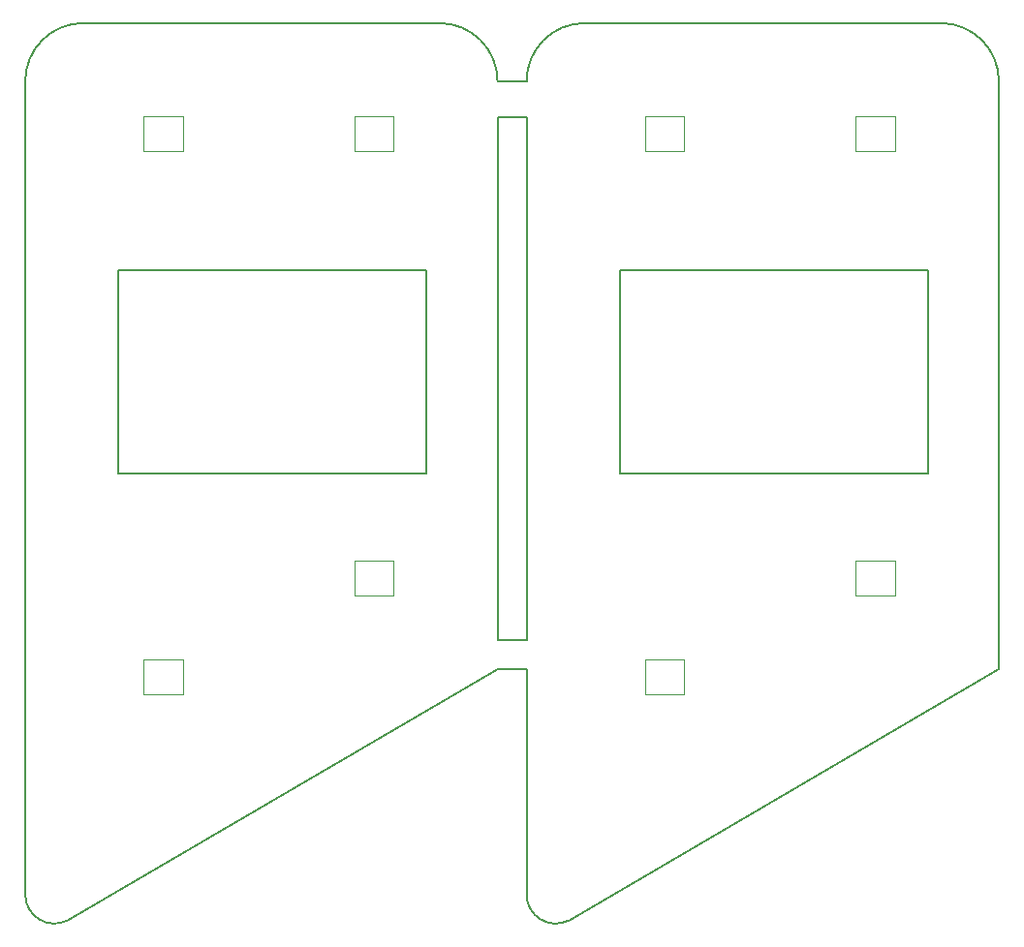
<source format=gm1>
G04 #@! TF.GenerationSoftware,KiCad,Pcbnew,5.1.5+dfsg1-2build2*
G04 #@! TF.CreationDate,2020-12-13T19:06:00+09:00*
G04 #@! TF.ProjectId,shield,73686965-6c64-42e6-9b69-6361645f7063,rev?*
G04 #@! TF.SameCoordinates,Original*
G04 #@! TF.FileFunction,Profile,NP*
%FSLAX46Y46*%
G04 Gerber Fmt 4.6, Leading zero omitted, Abs format (unit mm)*
G04 Created by KiCad (PCBNEW 5.1.5+dfsg1-2build2) date 2020-12-13 19:06:00*
%MOMM*%
%LPD*%
G04 APERTURE LIST*
%ADD10C,0.150000*%
%ADD11C,0.120000*%
G04 APERTURE END LIST*
D10*
X158115000Y-12700000D02*
X189230000Y-12700000D01*
X194310000Y-69215000D02*
X194310000Y-17780000D01*
X189230000Y-12700000D02*
G75*
G02X194310000Y-17780000I0J-5080000D01*
G01*
X117348000Y-34290000D02*
X117348000Y-52070000D01*
X117348000Y-52070000D02*
X144272000Y-52070000D01*
X153035000Y-17780000D02*
G75*
G02X158115000Y-12700000I5080000J0D01*
G01*
X153035000Y-66675000D02*
X153035000Y-20955000D01*
X194310000Y-69215000D02*
X156710923Y-91171845D01*
X188087000Y-34290000D02*
X161163000Y-34290000D01*
X188087000Y-52070000D02*
X188087000Y-34290000D01*
X161163000Y-52070000D02*
X188087000Y-52070000D01*
X161163000Y-34290000D02*
X161163000Y-52070000D01*
X156710923Y-91171845D02*
G75*
G02X153035000Y-88900000I-1135923J2271845D01*
G01*
X144272000Y-52070000D02*
X144272000Y-34290000D01*
X150495000Y-20955000D02*
X153035000Y-20955000D01*
X153035000Y-88900000D02*
X153035000Y-69215000D01*
X150495000Y-17780000D02*
X153035000Y-17780000D01*
X114300000Y-12700000D02*
X145415000Y-12700000D01*
X150495000Y-66675000D02*
X153035000Y-66675000D01*
X109220000Y-88900000D02*
X109220000Y-17780000D01*
X109220000Y-17780000D02*
G75*
G02X114300000Y-12700000I5080000J0D01*
G01*
X150495000Y-66675000D02*
X150495000Y-20955000D01*
X112895923Y-91171845D02*
G75*
G02X109220000Y-88900000I-1135923J2271845D01*
G01*
X144272000Y-34290000D02*
X117348000Y-34290000D01*
X150495000Y-69215000D02*
X112895923Y-91171845D01*
X153035000Y-69215000D02*
X150495000Y-69215000D01*
X145415000Y-12700000D02*
G75*
G02X150495000Y-17780000I0J-5080000D01*
G01*
D11*
X166800000Y-71350000D02*
X163400000Y-71350000D01*
X166800000Y-68350000D02*
X166800000Y-71350000D01*
X163400000Y-68350000D02*
X166800000Y-68350000D01*
X163400000Y-71350000D02*
X163400000Y-68350000D01*
X185215000Y-23852000D02*
X181815000Y-23852000D01*
X185215000Y-20852000D02*
X185215000Y-23852000D01*
X181815000Y-20852000D02*
X185215000Y-20852000D01*
X181815000Y-23852000D02*
X181815000Y-20852000D01*
X166800000Y-23852000D02*
X163400000Y-23852000D01*
X166800000Y-20852000D02*
X166800000Y-23852000D01*
X163400000Y-20852000D02*
X166800000Y-20852000D01*
X163400000Y-23852000D02*
X163400000Y-20852000D01*
X185215000Y-62714000D02*
X181815000Y-62714000D01*
X185215000Y-59714000D02*
X185215000Y-62714000D01*
X181815000Y-59714000D02*
X185215000Y-59714000D01*
X181815000Y-62714000D02*
X181815000Y-59714000D01*
X119585000Y-23852000D02*
X119585000Y-20852000D01*
X119585000Y-20852000D02*
X122985000Y-20852000D01*
X122985000Y-20852000D02*
X122985000Y-23852000D01*
X122985000Y-23852000D02*
X119585000Y-23852000D01*
X119585000Y-71350000D02*
X119585000Y-68350000D01*
X119585000Y-68350000D02*
X122985000Y-68350000D01*
X122985000Y-68350000D02*
X122985000Y-71350000D01*
X122985000Y-71350000D02*
X119585000Y-71350000D01*
X138000000Y-62714000D02*
X138000000Y-59714000D01*
X138000000Y-59714000D02*
X141400000Y-59714000D01*
X141400000Y-59714000D02*
X141400000Y-62714000D01*
X141400000Y-62714000D02*
X138000000Y-62714000D01*
X138000000Y-23852000D02*
X138000000Y-20852000D01*
X138000000Y-20852000D02*
X141400000Y-20852000D01*
X141400000Y-20852000D02*
X141400000Y-23852000D01*
X141400000Y-23852000D02*
X138000000Y-23852000D01*
M02*

</source>
